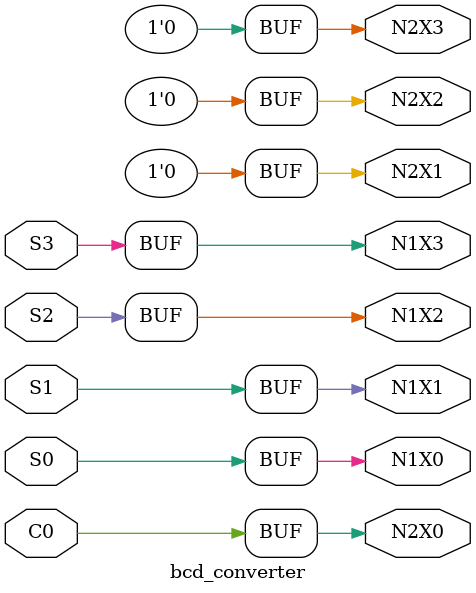
<source format=v>
module bcd_converter(C0, S3, S2, S1, S0, N2X3, N2X2, N2X1, N2X0, N1X3, N1X2, N1X1, N1X0);
	input C0, S3, S2, S1, S0;
	output N2X3, N2X2, N2X1, N2X0, N1X3, N1X2, N1X1, N1X0;
	
	assign N2X3 = 0;
	assign N2X2 = 0;
	assign N2X1 = 0;
	assign N2X0 = C0;
	assign N1X3 = S3;
	assign N1X2 = S2;
	assign N1X1 = S1;
	assign N1X0 = S0;
	
endmodule
</source>
